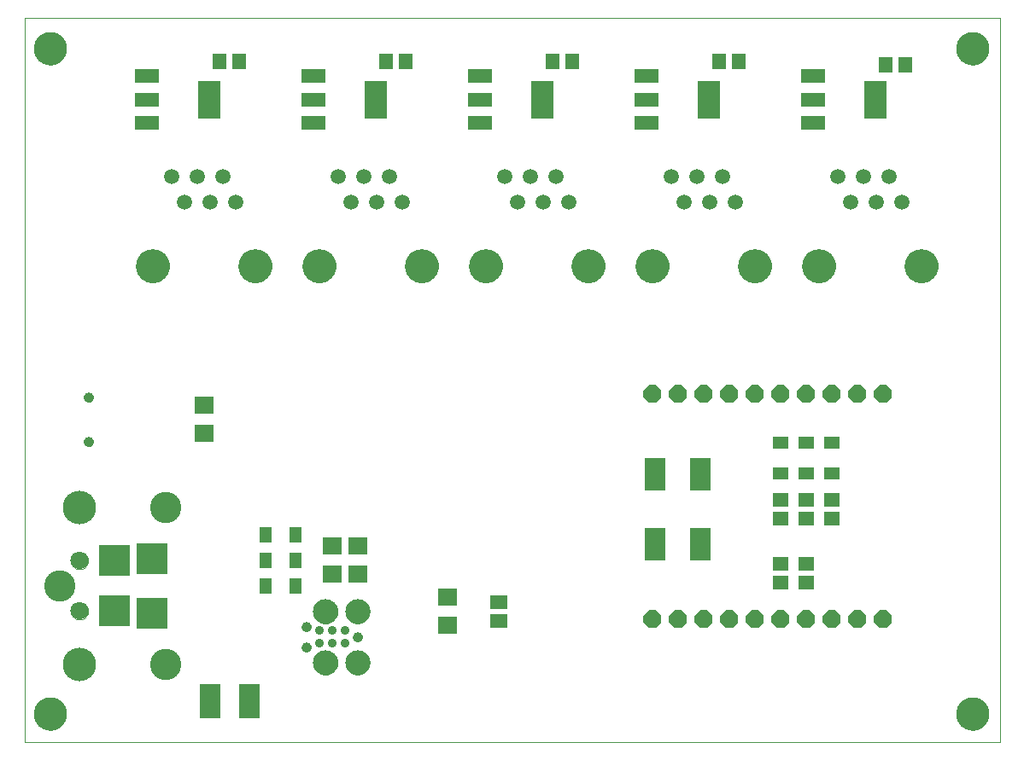
<source format=gbs>
G75*
%MOIN*%
%OFA0B0*%
%FSLAX24Y24*%
%IPPOS*%
%LPD*%
%AMOC8*
5,1,8,0,0,1.08239X$1,22.5*
%
%ADD10C,0.0000*%
%ADD11C,0.1300*%
%ADD12C,0.0594*%
%ADD13C,0.1320*%
%ADD14R,0.0552X0.0631*%
%ADD15C,0.1221*%
%ADD16C,0.1306*%
%ADD17R,0.1221X0.1221*%
%ADD18C,0.0709*%
%ADD19R,0.0788X0.1379*%
%ADD20C,0.0350*%
%ADD21C,0.0390*%
%ADD22C,0.0975*%
%ADD23R,0.0749X0.0670*%
%ADD24R,0.0512X0.0591*%
%ADD25R,0.0670X0.0552*%
%ADD26C,0.0394*%
%ADD27OC8,0.0700*%
%ADD28R,0.0631X0.0552*%
%ADD29R,0.0591X0.0512*%
%ADD30R,0.0790X0.1290*%
%ADD31R,0.0920X0.0520*%
%ADD32R,0.0906X0.1457*%
D10*
X003100Y000100D02*
X003100Y028396D01*
X041170Y028396D01*
X041170Y000100D01*
X003100Y000100D01*
X003470Y001200D02*
X003472Y001250D01*
X003478Y001300D01*
X003488Y001349D01*
X003502Y001397D01*
X003519Y001444D01*
X003540Y001489D01*
X003565Y001533D01*
X003593Y001574D01*
X003625Y001613D01*
X003659Y001650D01*
X003696Y001684D01*
X003736Y001714D01*
X003778Y001741D01*
X003822Y001765D01*
X003868Y001786D01*
X003915Y001802D01*
X003963Y001815D01*
X004013Y001824D01*
X004062Y001829D01*
X004113Y001830D01*
X004163Y001827D01*
X004212Y001820D01*
X004261Y001809D01*
X004309Y001794D01*
X004355Y001776D01*
X004400Y001754D01*
X004443Y001728D01*
X004484Y001699D01*
X004523Y001667D01*
X004559Y001632D01*
X004591Y001594D01*
X004621Y001554D01*
X004648Y001511D01*
X004671Y001467D01*
X004690Y001421D01*
X004706Y001373D01*
X004718Y001324D01*
X004726Y001275D01*
X004730Y001225D01*
X004730Y001175D01*
X004726Y001125D01*
X004718Y001076D01*
X004706Y001027D01*
X004690Y000979D01*
X004671Y000933D01*
X004648Y000889D01*
X004621Y000846D01*
X004591Y000806D01*
X004559Y000768D01*
X004523Y000733D01*
X004484Y000701D01*
X004443Y000672D01*
X004400Y000646D01*
X004355Y000624D01*
X004309Y000606D01*
X004261Y000591D01*
X004212Y000580D01*
X004163Y000573D01*
X004113Y000570D01*
X004062Y000571D01*
X004013Y000576D01*
X003963Y000585D01*
X003915Y000598D01*
X003868Y000614D01*
X003822Y000635D01*
X003778Y000659D01*
X003736Y000686D01*
X003696Y000716D01*
X003659Y000750D01*
X003625Y000787D01*
X003593Y000826D01*
X003565Y000867D01*
X003540Y000911D01*
X003519Y000956D01*
X003502Y001003D01*
X003488Y001051D01*
X003478Y001100D01*
X003472Y001150D01*
X003470Y001200D01*
X004919Y005216D02*
X004921Y005252D01*
X004927Y005288D01*
X004937Y005323D01*
X004950Y005357D01*
X004967Y005389D01*
X004987Y005419D01*
X005011Y005446D01*
X005037Y005471D01*
X005066Y005493D01*
X005097Y005512D01*
X005130Y005527D01*
X005164Y005539D01*
X005200Y005547D01*
X005236Y005551D01*
X005272Y005551D01*
X005308Y005547D01*
X005344Y005539D01*
X005378Y005527D01*
X005411Y005512D01*
X005442Y005493D01*
X005471Y005471D01*
X005497Y005446D01*
X005521Y005419D01*
X005541Y005389D01*
X005558Y005357D01*
X005571Y005323D01*
X005581Y005288D01*
X005587Y005252D01*
X005589Y005216D01*
X005587Y005180D01*
X005581Y005144D01*
X005571Y005109D01*
X005558Y005075D01*
X005541Y005043D01*
X005521Y005013D01*
X005497Y004986D01*
X005471Y004961D01*
X005442Y004939D01*
X005411Y004920D01*
X005378Y004905D01*
X005344Y004893D01*
X005308Y004885D01*
X005272Y004881D01*
X005236Y004881D01*
X005200Y004885D01*
X005164Y004893D01*
X005130Y004905D01*
X005097Y004920D01*
X005066Y004939D01*
X005037Y004961D01*
X005011Y004986D01*
X004987Y005013D01*
X004967Y005043D01*
X004950Y005075D01*
X004937Y005109D01*
X004927Y005144D01*
X004921Y005180D01*
X004919Y005216D01*
X004919Y007184D02*
X004921Y007220D01*
X004927Y007256D01*
X004937Y007291D01*
X004950Y007325D01*
X004967Y007357D01*
X004987Y007387D01*
X005011Y007414D01*
X005037Y007439D01*
X005066Y007461D01*
X005097Y007480D01*
X005130Y007495D01*
X005164Y007507D01*
X005200Y007515D01*
X005236Y007519D01*
X005272Y007519D01*
X005308Y007515D01*
X005344Y007507D01*
X005378Y007495D01*
X005411Y007480D01*
X005442Y007461D01*
X005471Y007439D01*
X005497Y007414D01*
X005521Y007387D01*
X005541Y007357D01*
X005558Y007325D01*
X005571Y007291D01*
X005581Y007256D01*
X005587Y007220D01*
X005589Y007184D01*
X005587Y007148D01*
X005581Y007112D01*
X005571Y007077D01*
X005558Y007043D01*
X005541Y007011D01*
X005521Y006981D01*
X005497Y006954D01*
X005471Y006929D01*
X005442Y006907D01*
X005411Y006888D01*
X005378Y006873D01*
X005344Y006861D01*
X005308Y006853D01*
X005272Y006849D01*
X005236Y006849D01*
X005200Y006853D01*
X005164Y006861D01*
X005130Y006873D01*
X005097Y006888D01*
X005066Y006907D01*
X005037Y006929D01*
X005011Y006954D01*
X004987Y006981D01*
X004967Y007011D01*
X004950Y007043D01*
X004937Y007077D01*
X004927Y007112D01*
X004921Y007148D01*
X004919Y007184D01*
X005423Y011834D02*
X005425Y011860D01*
X005431Y011886D01*
X005441Y011911D01*
X005454Y011934D01*
X005470Y011954D01*
X005490Y011972D01*
X005512Y011987D01*
X005535Y011999D01*
X005561Y012007D01*
X005587Y012011D01*
X005613Y012011D01*
X005639Y012007D01*
X005665Y011999D01*
X005689Y011987D01*
X005710Y011972D01*
X005730Y011954D01*
X005746Y011934D01*
X005759Y011911D01*
X005769Y011886D01*
X005775Y011860D01*
X005777Y011834D01*
X005775Y011808D01*
X005769Y011782D01*
X005759Y011757D01*
X005746Y011734D01*
X005730Y011714D01*
X005710Y011696D01*
X005688Y011681D01*
X005665Y011669D01*
X005639Y011661D01*
X005613Y011657D01*
X005587Y011657D01*
X005561Y011661D01*
X005535Y011669D01*
X005511Y011681D01*
X005490Y011696D01*
X005470Y011714D01*
X005454Y011734D01*
X005441Y011757D01*
X005431Y011782D01*
X005425Y011808D01*
X005423Y011834D01*
X005423Y013566D02*
X005425Y013592D01*
X005431Y013618D01*
X005441Y013643D01*
X005454Y013666D01*
X005470Y013686D01*
X005490Y013704D01*
X005512Y013719D01*
X005535Y013731D01*
X005561Y013739D01*
X005587Y013743D01*
X005613Y013743D01*
X005639Y013739D01*
X005665Y013731D01*
X005689Y013719D01*
X005710Y013704D01*
X005730Y013686D01*
X005746Y013666D01*
X005759Y013643D01*
X005769Y013618D01*
X005775Y013592D01*
X005777Y013566D01*
X005775Y013540D01*
X005769Y013514D01*
X005759Y013489D01*
X005746Y013466D01*
X005730Y013446D01*
X005710Y013428D01*
X005688Y013413D01*
X005665Y013401D01*
X005639Y013393D01*
X005613Y013389D01*
X005587Y013389D01*
X005561Y013393D01*
X005535Y013401D01*
X005511Y013413D01*
X005490Y013428D01*
X005470Y013446D01*
X005454Y013466D01*
X005441Y013489D01*
X005431Y013514D01*
X005425Y013540D01*
X005423Y013566D01*
X007460Y018700D02*
X007462Y018750D01*
X007468Y018800D01*
X007478Y018849D01*
X007491Y018898D01*
X007509Y018945D01*
X007530Y018991D01*
X007554Y019034D01*
X007582Y019076D01*
X007613Y019116D01*
X007647Y019153D01*
X007684Y019187D01*
X007724Y019218D01*
X007766Y019246D01*
X007809Y019270D01*
X007855Y019291D01*
X007902Y019309D01*
X007951Y019322D01*
X008000Y019332D01*
X008050Y019338D01*
X008100Y019340D01*
X008150Y019338D01*
X008200Y019332D01*
X008249Y019322D01*
X008298Y019309D01*
X008345Y019291D01*
X008391Y019270D01*
X008434Y019246D01*
X008476Y019218D01*
X008516Y019187D01*
X008553Y019153D01*
X008587Y019116D01*
X008618Y019076D01*
X008646Y019034D01*
X008670Y018991D01*
X008691Y018945D01*
X008709Y018898D01*
X008722Y018849D01*
X008732Y018800D01*
X008738Y018750D01*
X008740Y018700D01*
X008738Y018650D01*
X008732Y018600D01*
X008722Y018551D01*
X008709Y018502D01*
X008691Y018455D01*
X008670Y018409D01*
X008646Y018366D01*
X008618Y018324D01*
X008587Y018284D01*
X008553Y018247D01*
X008516Y018213D01*
X008476Y018182D01*
X008434Y018154D01*
X008391Y018130D01*
X008345Y018109D01*
X008298Y018091D01*
X008249Y018078D01*
X008200Y018068D01*
X008150Y018062D01*
X008100Y018060D01*
X008050Y018062D01*
X008000Y018068D01*
X007951Y018078D01*
X007902Y018091D01*
X007855Y018109D01*
X007809Y018130D01*
X007766Y018154D01*
X007724Y018182D01*
X007684Y018213D01*
X007647Y018247D01*
X007613Y018284D01*
X007582Y018324D01*
X007554Y018366D01*
X007530Y018409D01*
X007509Y018455D01*
X007491Y018502D01*
X007478Y018551D01*
X007468Y018600D01*
X007462Y018650D01*
X007460Y018700D01*
X011460Y018700D02*
X011462Y018750D01*
X011468Y018800D01*
X011478Y018849D01*
X011491Y018898D01*
X011509Y018945D01*
X011530Y018991D01*
X011554Y019034D01*
X011582Y019076D01*
X011613Y019116D01*
X011647Y019153D01*
X011684Y019187D01*
X011724Y019218D01*
X011766Y019246D01*
X011809Y019270D01*
X011855Y019291D01*
X011902Y019309D01*
X011951Y019322D01*
X012000Y019332D01*
X012050Y019338D01*
X012100Y019340D01*
X012150Y019338D01*
X012200Y019332D01*
X012249Y019322D01*
X012298Y019309D01*
X012345Y019291D01*
X012391Y019270D01*
X012434Y019246D01*
X012476Y019218D01*
X012516Y019187D01*
X012553Y019153D01*
X012587Y019116D01*
X012618Y019076D01*
X012646Y019034D01*
X012670Y018991D01*
X012691Y018945D01*
X012709Y018898D01*
X012722Y018849D01*
X012732Y018800D01*
X012738Y018750D01*
X012740Y018700D01*
X012738Y018650D01*
X012732Y018600D01*
X012722Y018551D01*
X012709Y018502D01*
X012691Y018455D01*
X012670Y018409D01*
X012646Y018366D01*
X012618Y018324D01*
X012587Y018284D01*
X012553Y018247D01*
X012516Y018213D01*
X012476Y018182D01*
X012434Y018154D01*
X012391Y018130D01*
X012345Y018109D01*
X012298Y018091D01*
X012249Y018078D01*
X012200Y018068D01*
X012150Y018062D01*
X012100Y018060D01*
X012050Y018062D01*
X012000Y018068D01*
X011951Y018078D01*
X011902Y018091D01*
X011855Y018109D01*
X011809Y018130D01*
X011766Y018154D01*
X011724Y018182D01*
X011684Y018213D01*
X011647Y018247D01*
X011613Y018284D01*
X011582Y018324D01*
X011554Y018366D01*
X011530Y018409D01*
X011509Y018455D01*
X011491Y018502D01*
X011478Y018551D01*
X011468Y018600D01*
X011462Y018650D01*
X011460Y018700D01*
X013960Y018700D02*
X013962Y018750D01*
X013968Y018800D01*
X013978Y018849D01*
X013991Y018898D01*
X014009Y018945D01*
X014030Y018991D01*
X014054Y019034D01*
X014082Y019076D01*
X014113Y019116D01*
X014147Y019153D01*
X014184Y019187D01*
X014224Y019218D01*
X014266Y019246D01*
X014309Y019270D01*
X014355Y019291D01*
X014402Y019309D01*
X014451Y019322D01*
X014500Y019332D01*
X014550Y019338D01*
X014600Y019340D01*
X014650Y019338D01*
X014700Y019332D01*
X014749Y019322D01*
X014798Y019309D01*
X014845Y019291D01*
X014891Y019270D01*
X014934Y019246D01*
X014976Y019218D01*
X015016Y019187D01*
X015053Y019153D01*
X015087Y019116D01*
X015118Y019076D01*
X015146Y019034D01*
X015170Y018991D01*
X015191Y018945D01*
X015209Y018898D01*
X015222Y018849D01*
X015232Y018800D01*
X015238Y018750D01*
X015240Y018700D01*
X015238Y018650D01*
X015232Y018600D01*
X015222Y018551D01*
X015209Y018502D01*
X015191Y018455D01*
X015170Y018409D01*
X015146Y018366D01*
X015118Y018324D01*
X015087Y018284D01*
X015053Y018247D01*
X015016Y018213D01*
X014976Y018182D01*
X014934Y018154D01*
X014891Y018130D01*
X014845Y018109D01*
X014798Y018091D01*
X014749Y018078D01*
X014700Y018068D01*
X014650Y018062D01*
X014600Y018060D01*
X014550Y018062D01*
X014500Y018068D01*
X014451Y018078D01*
X014402Y018091D01*
X014355Y018109D01*
X014309Y018130D01*
X014266Y018154D01*
X014224Y018182D01*
X014184Y018213D01*
X014147Y018247D01*
X014113Y018284D01*
X014082Y018324D01*
X014054Y018366D01*
X014030Y018409D01*
X014009Y018455D01*
X013991Y018502D01*
X013978Y018551D01*
X013968Y018600D01*
X013962Y018650D01*
X013960Y018700D01*
X017960Y018700D02*
X017962Y018750D01*
X017968Y018800D01*
X017978Y018849D01*
X017991Y018898D01*
X018009Y018945D01*
X018030Y018991D01*
X018054Y019034D01*
X018082Y019076D01*
X018113Y019116D01*
X018147Y019153D01*
X018184Y019187D01*
X018224Y019218D01*
X018266Y019246D01*
X018309Y019270D01*
X018355Y019291D01*
X018402Y019309D01*
X018451Y019322D01*
X018500Y019332D01*
X018550Y019338D01*
X018600Y019340D01*
X018650Y019338D01*
X018700Y019332D01*
X018749Y019322D01*
X018798Y019309D01*
X018845Y019291D01*
X018891Y019270D01*
X018934Y019246D01*
X018976Y019218D01*
X019016Y019187D01*
X019053Y019153D01*
X019087Y019116D01*
X019118Y019076D01*
X019146Y019034D01*
X019170Y018991D01*
X019191Y018945D01*
X019209Y018898D01*
X019222Y018849D01*
X019232Y018800D01*
X019238Y018750D01*
X019240Y018700D01*
X019238Y018650D01*
X019232Y018600D01*
X019222Y018551D01*
X019209Y018502D01*
X019191Y018455D01*
X019170Y018409D01*
X019146Y018366D01*
X019118Y018324D01*
X019087Y018284D01*
X019053Y018247D01*
X019016Y018213D01*
X018976Y018182D01*
X018934Y018154D01*
X018891Y018130D01*
X018845Y018109D01*
X018798Y018091D01*
X018749Y018078D01*
X018700Y018068D01*
X018650Y018062D01*
X018600Y018060D01*
X018550Y018062D01*
X018500Y018068D01*
X018451Y018078D01*
X018402Y018091D01*
X018355Y018109D01*
X018309Y018130D01*
X018266Y018154D01*
X018224Y018182D01*
X018184Y018213D01*
X018147Y018247D01*
X018113Y018284D01*
X018082Y018324D01*
X018054Y018366D01*
X018030Y018409D01*
X018009Y018455D01*
X017991Y018502D01*
X017978Y018551D01*
X017968Y018600D01*
X017962Y018650D01*
X017960Y018700D01*
X020460Y018700D02*
X020462Y018750D01*
X020468Y018800D01*
X020478Y018849D01*
X020491Y018898D01*
X020509Y018945D01*
X020530Y018991D01*
X020554Y019034D01*
X020582Y019076D01*
X020613Y019116D01*
X020647Y019153D01*
X020684Y019187D01*
X020724Y019218D01*
X020766Y019246D01*
X020809Y019270D01*
X020855Y019291D01*
X020902Y019309D01*
X020951Y019322D01*
X021000Y019332D01*
X021050Y019338D01*
X021100Y019340D01*
X021150Y019338D01*
X021200Y019332D01*
X021249Y019322D01*
X021298Y019309D01*
X021345Y019291D01*
X021391Y019270D01*
X021434Y019246D01*
X021476Y019218D01*
X021516Y019187D01*
X021553Y019153D01*
X021587Y019116D01*
X021618Y019076D01*
X021646Y019034D01*
X021670Y018991D01*
X021691Y018945D01*
X021709Y018898D01*
X021722Y018849D01*
X021732Y018800D01*
X021738Y018750D01*
X021740Y018700D01*
X021738Y018650D01*
X021732Y018600D01*
X021722Y018551D01*
X021709Y018502D01*
X021691Y018455D01*
X021670Y018409D01*
X021646Y018366D01*
X021618Y018324D01*
X021587Y018284D01*
X021553Y018247D01*
X021516Y018213D01*
X021476Y018182D01*
X021434Y018154D01*
X021391Y018130D01*
X021345Y018109D01*
X021298Y018091D01*
X021249Y018078D01*
X021200Y018068D01*
X021150Y018062D01*
X021100Y018060D01*
X021050Y018062D01*
X021000Y018068D01*
X020951Y018078D01*
X020902Y018091D01*
X020855Y018109D01*
X020809Y018130D01*
X020766Y018154D01*
X020724Y018182D01*
X020684Y018213D01*
X020647Y018247D01*
X020613Y018284D01*
X020582Y018324D01*
X020554Y018366D01*
X020530Y018409D01*
X020509Y018455D01*
X020491Y018502D01*
X020478Y018551D01*
X020468Y018600D01*
X020462Y018650D01*
X020460Y018700D01*
X024460Y018700D02*
X024462Y018750D01*
X024468Y018800D01*
X024478Y018849D01*
X024491Y018898D01*
X024509Y018945D01*
X024530Y018991D01*
X024554Y019034D01*
X024582Y019076D01*
X024613Y019116D01*
X024647Y019153D01*
X024684Y019187D01*
X024724Y019218D01*
X024766Y019246D01*
X024809Y019270D01*
X024855Y019291D01*
X024902Y019309D01*
X024951Y019322D01*
X025000Y019332D01*
X025050Y019338D01*
X025100Y019340D01*
X025150Y019338D01*
X025200Y019332D01*
X025249Y019322D01*
X025298Y019309D01*
X025345Y019291D01*
X025391Y019270D01*
X025434Y019246D01*
X025476Y019218D01*
X025516Y019187D01*
X025553Y019153D01*
X025587Y019116D01*
X025618Y019076D01*
X025646Y019034D01*
X025670Y018991D01*
X025691Y018945D01*
X025709Y018898D01*
X025722Y018849D01*
X025732Y018800D01*
X025738Y018750D01*
X025740Y018700D01*
X025738Y018650D01*
X025732Y018600D01*
X025722Y018551D01*
X025709Y018502D01*
X025691Y018455D01*
X025670Y018409D01*
X025646Y018366D01*
X025618Y018324D01*
X025587Y018284D01*
X025553Y018247D01*
X025516Y018213D01*
X025476Y018182D01*
X025434Y018154D01*
X025391Y018130D01*
X025345Y018109D01*
X025298Y018091D01*
X025249Y018078D01*
X025200Y018068D01*
X025150Y018062D01*
X025100Y018060D01*
X025050Y018062D01*
X025000Y018068D01*
X024951Y018078D01*
X024902Y018091D01*
X024855Y018109D01*
X024809Y018130D01*
X024766Y018154D01*
X024724Y018182D01*
X024684Y018213D01*
X024647Y018247D01*
X024613Y018284D01*
X024582Y018324D01*
X024554Y018366D01*
X024530Y018409D01*
X024509Y018455D01*
X024491Y018502D01*
X024478Y018551D01*
X024468Y018600D01*
X024462Y018650D01*
X024460Y018700D01*
X026960Y018700D02*
X026962Y018750D01*
X026968Y018800D01*
X026978Y018849D01*
X026991Y018898D01*
X027009Y018945D01*
X027030Y018991D01*
X027054Y019034D01*
X027082Y019076D01*
X027113Y019116D01*
X027147Y019153D01*
X027184Y019187D01*
X027224Y019218D01*
X027266Y019246D01*
X027309Y019270D01*
X027355Y019291D01*
X027402Y019309D01*
X027451Y019322D01*
X027500Y019332D01*
X027550Y019338D01*
X027600Y019340D01*
X027650Y019338D01*
X027700Y019332D01*
X027749Y019322D01*
X027798Y019309D01*
X027845Y019291D01*
X027891Y019270D01*
X027934Y019246D01*
X027976Y019218D01*
X028016Y019187D01*
X028053Y019153D01*
X028087Y019116D01*
X028118Y019076D01*
X028146Y019034D01*
X028170Y018991D01*
X028191Y018945D01*
X028209Y018898D01*
X028222Y018849D01*
X028232Y018800D01*
X028238Y018750D01*
X028240Y018700D01*
X028238Y018650D01*
X028232Y018600D01*
X028222Y018551D01*
X028209Y018502D01*
X028191Y018455D01*
X028170Y018409D01*
X028146Y018366D01*
X028118Y018324D01*
X028087Y018284D01*
X028053Y018247D01*
X028016Y018213D01*
X027976Y018182D01*
X027934Y018154D01*
X027891Y018130D01*
X027845Y018109D01*
X027798Y018091D01*
X027749Y018078D01*
X027700Y018068D01*
X027650Y018062D01*
X027600Y018060D01*
X027550Y018062D01*
X027500Y018068D01*
X027451Y018078D01*
X027402Y018091D01*
X027355Y018109D01*
X027309Y018130D01*
X027266Y018154D01*
X027224Y018182D01*
X027184Y018213D01*
X027147Y018247D01*
X027113Y018284D01*
X027082Y018324D01*
X027054Y018366D01*
X027030Y018409D01*
X027009Y018455D01*
X026991Y018502D01*
X026978Y018551D01*
X026968Y018600D01*
X026962Y018650D01*
X026960Y018700D01*
X030960Y018700D02*
X030962Y018750D01*
X030968Y018800D01*
X030978Y018849D01*
X030991Y018898D01*
X031009Y018945D01*
X031030Y018991D01*
X031054Y019034D01*
X031082Y019076D01*
X031113Y019116D01*
X031147Y019153D01*
X031184Y019187D01*
X031224Y019218D01*
X031266Y019246D01*
X031309Y019270D01*
X031355Y019291D01*
X031402Y019309D01*
X031451Y019322D01*
X031500Y019332D01*
X031550Y019338D01*
X031600Y019340D01*
X031650Y019338D01*
X031700Y019332D01*
X031749Y019322D01*
X031798Y019309D01*
X031845Y019291D01*
X031891Y019270D01*
X031934Y019246D01*
X031976Y019218D01*
X032016Y019187D01*
X032053Y019153D01*
X032087Y019116D01*
X032118Y019076D01*
X032146Y019034D01*
X032170Y018991D01*
X032191Y018945D01*
X032209Y018898D01*
X032222Y018849D01*
X032232Y018800D01*
X032238Y018750D01*
X032240Y018700D01*
X032238Y018650D01*
X032232Y018600D01*
X032222Y018551D01*
X032209Y018502D01*
X032191Y018455D01*
X032170Y018409D01*
X032146Y018366D01*
X032118Y018324D01*
X032087Y018284D01*
X032053Y018247D01*
X032016Y018213D01*
X031976Y018182D01*
X031934Y018154D01*
X031891Y018130D01*
X031845Y018109D01*
X031798Y018091D01*
X031749Y018078D01*
X031700Y018068D01*
X031650Y018062D01*
X031600Y018060D01*
X031550Y018062D01*
X031500Y018068D01*
X031451Y018078D01*
X031402Y018091D01*
X031355Y018109D01*
X031309Y018130D01*
X031266Y018154D01*
X031224Y018182D01*
X031184Y018213D01*
X031147Y018247D01*
X031113Y018284D01*
X031082Y018324D01*
X031054Y018366D01*
X031030Y018409D01*
X031009Y018455D01*
X030991Y018502D01*
X030978Y018551D01*
X030968Y018600D01*
X030962Y018650D01*
X030960Y018700D01*
X033460Y018700D02*
X033462Y018750D01*
X033468Y018800D01*
X033478Y018849D01*
X033491Y018898D01*
X033509Y018945D01*
X033530Y018991D01*
X033554Y019034D01*
X033582Y019076D01*
X033613Y019116D01*
X033647Y019153D01*
X033684Y019187D01*
X033724Y019218D01*
X033766Y019246D01*
X033809Y019270D01*
X033855Y019291D01*
X033902Y019309D01*
X033951Y019322D01*
X034000Y019332D01*
X034050Y019338D01*
X034100Y019340D01*
X034150Y019338D01*
X034200Y019332D01*
X034249Y019322D01*
X034298Y019309D01*
X034345Y019291D01*
X034391Y019270D01*
X034434Y019246D01*
X034476Y019218D01*
X034516Y019187D01*
X034553Y019153D01*
X034587Y019116D01*
X034618Y019076D01*
X034646Y019034D01*
X034670Y018991D01*
X034691Y018945D01*
X034709Y018898D01*
X034722Y018849D01*
X034732Y018800D01*
X034738Y018750D01*
X034740Y018700D01*
X034738Y018650D01*
X034732Y018600D01*
X034722Y018551D01*
X034709Y018502D01*
X034691Y018455D01*
X034670Y018409D01*
X034646Y018366D01*
X034618Y018324D01*
X034587Y018284D01*
X034553Y018247D01*
X034516Y018213D01*
X034476Y018182D01*
X034434Y018154D01*
X034391Y018130D01*
X034345Y018109D01*
X034298Y018091D01*
X034249Y018078D01*
X034200Y018068D01*
X034150Y018062D01*
X034100Y018060D01*
X034050Y018062D01*
X034000Y018068D01*
X033951Y018078D01*
X033902Y018091D01*
X033855Y018109D01*
X033809Y018130D01*
X033766Y018154D01*
X033724Y018182D01*
X033684Y018213D01*
X033647Y018247D01*
X033613Y018284D01*
X033582Y018324D01*
X033554Y018366D01*
X033530Y018409D01*
X033509Y018455D01*
X033491Y018502D01*
X033478Y018551D01*
X033468Y018600D01*
X033462Y018650D01*
X033460Y018700D01*
X037460Y018700D02*
X037462Y018750D01*
X037468Y018800D01*
X037478Y018849D01*
X037491Y018898D01*
X037509Y018945D01*
X037530Y018991D01*
X037554Y019034D01*
X037582Y019076D01*
X037613Y019116D01*
X037647Y019153D01*
X037684Y019187D01*
X037724Y019218D01*
X037766Y019246D01*
X037809Y019270D01*
X037855Y019291D01*
X037902Y019309D01*
X037951Y019322D01*
X038000Y019332D01*
X038050Y019338D01*
X038100Y019340D01*
X038150Y019338D01*
X038200Y019332D01*
X038249Y019322D01*
X038298Y019309D01*
X038345Y019291D01*
X038391Y019270D01*
X038434Y019246D01*
X038476Y019218D01*
X038516Y019187D01*
X038553Y019153D01*
X038587Y019116D01*
X038618Y019076D01*
X038646Y019034D01*
X038670Y018991D01*
X038691Y018945D01*
X038709Y018898D01*
X038722Y018849D01*
X038732Y018800D01*
X038738Y018750D01*
X038740Y018700D01*
X038738Y018650D01*
X038732Y018600D01*
X038722Y018551D01*
X038709Y018502D01*
X038691Y018455D01*
X038670Y018409D01*
X038646Y018366D01*
X038618Y018324D01*
X038587Y018284D01*
X038553Y018247D01*
X038516Y018213D01*
X038476Y018182D01*
X038434Y018154D01*
X038391Y018130D01*
X038345Y018109D01*
X038298Y018091D01*
X038249Y018078D01*
X038200Y018068D01*
X038150Y018062D01*
X038100Y018060D01*
X038050Y018062D01*
X038000Y018068D01*
X037951Y018078D01*
X037902Y018091D01*
X037855Y018109D01*
X037809Y018130D01*
X037766Y018154D01*
X037724Y018182D01*
X037684Y018213D01*
X037647Y018247D01*
X037613Y018284D01*
X037582Y018324D01*
X037554Y018366D01*
X037530Y018409D01*
X037509Y018455D01*
X037491Y018502D01*
X037478Y018551D01*
X037468Y018600D01*
X037462Y018650D01*
X037460Y018700D01*
X039470Y027200D02*
X039472Y027250D01*
X039478Y027300D01*
X039488Y027349D01*
X039502Y027397D01*
X039519Y027444D01*
X039540Y027489D01*
X039565Y027533D01*
X039593Y027574D01*
X039625Y027613D01*
X039659Y027650D01*
X039696Y027684D01*
X039736Y027714D01*
X039778Y027741D01*
X039822Y027765D01*
X039868Y027786D01*
X039915Y027802D01*
X039963Y027815D01*
X040013Y027824D01*
X040062Y027829D01*
X040113Y027830D01*
X040163Y027827D01*
X040212Y027820D01*
X040261Y027809D01*
X040309Y027794D01*
X040355Y027776D01*
X040400Y027754D01*
X040443Y027728D01*
X040484Y027699D01*
X040523Y027667D01*
X040559Y027632D01*
X040591Y027594D01*
X040621Y027554D01*
X040648Y027511D01*
X040671Y027467D01*
X040690Y027421D01*
X040706Y027373D01*
X040718Y027324D01*
X040726Y027275D01*
X040730Y027225D01*
X040730Y027175D01*
X040726Y027125D01*
X040718Y027076D01*
X040706Y027027D01*
X040690Y026979D01*
X040671Y026933D01*
X040648Y026889D01*
X040621Y026846D01*
X040591Y026806D01*
X040559Y026768D01*
X040523Y026733D01*
X040484Y026701D01*
X040443Y026672D01*
X040400Y026646D01*
X040355Y026624D01*
X040309Y026606D01*
X040261Y026591D01*
X040212Y026580D01*
X040163Y026573D01*
X040113Y026570D01*
X040062Y026571D01*
X040013Y026576D01*
X039963Y026585D01*
X039915Y026598D01*
X039868Y026614D01*
X039822Y026635D01*
X039778Y026659D01*
X039736Y026686D01*
X039696Y026716D01*
X039659Y026750D01*
X039625Y026787D01*
X039593Y026826D01*
X039565Y026867D01*
X039540Y026911D01*
X039519Y026956D01*
X039502Y027003D01*
X039488Y027051D01*
X039478Y027100D01*
X039472Y027150D01*
X039470Y027200D01*
X015633Y005200D02*
X015635Y005243D01*
X015641Y005286D01*
X015651Y005328D01*
X015665Y005369D01*
X015682Y005408D01*
X015703Y005446D01*
X015727Y005481D01*
X015755Y005515D01*
X015785Y005545D01*
X015819Y005573D01*
X015854Y005597D01*
X015892Y005618D01*
X015931Y005635D01*
X015972Y005649D01*
X016014Y005659D01*
X016057Y005665D01*
X016100Y005667D01*
X016143Y005665D01*
X016186Y005659D01*
X016228Y005649D01*
X016269Y005635D01*
X016308Y005618D01*
X016346Y005597D01*
X016381Y005573D01*
X016415Y005545D01*
X016445Y005515D01*
X016473Y005481D01*
X016497Y005446D01*
X016518Y005408D01*
X016535Y005369D01*
X016549Y005328D01*
X016559Y005286D01*
X016565Y005243D01*
X016567Y005200D01*
X016565Y005157D01*
X016559Y005114D01*
X016549Y005072D01*
X016535Y005031D01*
X016518Y004992D01*
X016497Y004954D01*
X016473Y004919D01*
X016445Y004885D01*
X016415Y004855D01*
X016381Y004827D01*
X016346Y004803D01*
X016308Y004782D01*
X016269Y004765D01*
X016228Y004751D01*
X016186Y004741D01*
X016143Y004735D01*
X016100Y004733D01*
X016057Y004735D01*
X016014Y004741D01*
X015972Y004751D01*
X015931Y004765D01*
X015892Y004782D01*
X015854Y004803D01*
X015819Y004827D01*
X015785Y004855D01*
X015755Y004885D01*
X015727Y004919D01*
X015703Y004954D01*
X015682Y004992D01*
X015665Y005031D01*
X015651Y005072D01*
X015641Y005114D01*
X015635Y005157D01*
X015633Y005200D01*
X014383Y005200D02*
X014385Y005243D01*
X014391Y005286D01*
X014401Y005328D01*
X014415Y005369D01*
X014432Y005408D01*
X014453Y005446D01*
X014477Y005481D01*
X014505Y005515D01*
X014535Y005545D01*
X014569Y005573D01*
X014604Y005597D01*
X014642Y005618D01*
X014681Y005635D01*
X014722Y005649D01*
X014764Y005659D01*
X014807Y005665D01*
X014850Y005667D01*
X014893Y005665D01*
X014936Y005659D01*
X014978Y005649D01*
X015019Y005635D01*
X015058Y005618D01*
X015096Y005597D01*
X015131Y005573D01*
X015165Y005545D01*
X015195Y005515D01*
X015223Y005481D01*
X015247Y005446D01*
X015268Y005408D01*
X015285Y005369D01*
X015299Y005328D01*
X015309Y005286D01*
X015315Y005243D01*
X015317Y005200D01*
X015315Y005157D01*
X015309Y005114D01*
X015299Y005072D01*
X015285Y005031D01*
X015268Y004992D01*
X015247Y004954D01*
X015223Y004919D01*
X015195Y004885D01*
X015165Y004855D01*
X015131Y004827D01*
X015096Y004803D01*
X015058Y004782D01*
X015019Y004765D01*
X014978Y004751D01*
X014936Y004741D01*
X014893Y004735D01*
X014850Y004733D01*
X014807Y004735D01*
X014764Y004741D01*
X014722Y004751D01*
X014681Y004765D01*
X014642Y004782D01*
X014604Y004803D01*
X014569Y004827D01*
X014535Y004855D01*
X014505Y004885D01*
X014477Y004919D01*
X014453Y004954D01*
X014432Y004992D01*
X014415Y005031D01*
X014401Y005072D01*
X014391Y005114D01*
X014385Y005157D01*
X014383Y005200D01*
X013925Y004600D02*
X013927Y004626D01*
X013933Y004652D01*
X013942Y004676D01*
X013955Y004699D01*
X013972Y004719D01*
X013991Y004737D01*
X014013Y004752D01*
X014036Y004763D01*
X014061Y004771D01*
X014087Y004775D01*
X014113Y004775D01*
X014139Y004771D01*
X014164Y004763D01*
X014188Y004752D01*
X014209Y004737D01*
X014228Y004719D01*
X014245Y004699D01*
X014258Y004676D01*
X014267Y004652D01*
X014273Y004626D01*
X014275Y004600D01*
X014273Y004574D01*
X014267Y004548D01*
X014258Y004524D01*
X014245Y004501D01*
X014228Y004481D01*
X014209Y004463D01*
X014187Y004448D01*
X014164Y004437D01*
X014139Y004429D01*
X014113Y004425D01*
X014087Y004425D01*
X014061Y004429D01*
X014036Y004437D01*
X014012Y004448D01*
X013991Y004463D01*
X013972Y004481D01*
X013955Y004501D01*
X013942Y004524D01*
X013933Y004548D01*
X013927Y004574D01*
X013925Y004600D01*
X013925Y003800D02*
X013927Y003826D01*
X013933Y003852D01*
X013942Y003876D01*
X013955Y003899D01*
X013972Y003919D01*
X013991Y003937D01*
X014013Y003952D01*
X014036Y003963D01*
X014061Y003971D01*
X014087Y003975D01*
X014113Y003975D01*
X014139Y003971D01*
X014164Y003963D01*
X014188Y003952D01*
X014209Y003937D01*
X014228Y003919D01*
X014245Y003899D01*
X014258Y003876D01*
X014267Y003852D01*
X014273Y003826D01*
X014275Y003800D01*
X014273Y003774D01*
X014267Y003748D01*
X014258Y003724D01*
X014245Y003701D01*
X014228Y003681D01*
X014209Y003663D01*
X014187Y003648D01*
X014164Y003637D01*
X014139Y003629D01*
X014113Y003625D01*
X014087Y003625D01*
X014061Y003629D01*
X014036Y003637D01*
X014012Y003648D01*
X013991Y003663D01*
X013972Y003681D01*
X013955Y003701D01*
X013942Y003724D01*
X013933Y003748D01*
X013927Y003774D01*
X013925Y003800D01*
X014383Y003200D02*
X014385Y003243D01*
X014391Y003286D01*
X014401Y003328D01*
X014415Y003369D01*
X014432Y003408D01*
X014453Y003446D01*
X014477Y003481D01*
X014505Y003515D01*
X014535Y003545D01*
X014569Y003573D01*
X014604Y003597D01*
X014642Y003618D01*
X014681Y003635D01*
X014722Y003649D01*
X014764Y003659D01*
X014807Y003665D01*
X014850Y003667D01*
X014893Y003665D01*
X014936Y003659D01*
X014978Y003649D01*
X015019Y003635D01*
X015058Y003618D01*
X015096Y003597D01*
X015131Y003573D01*
X015165Y003545D01*
X015195Y003515D01*
X015223Y003481D01*
X015247Y003446D01*
X015268Y003408D01*
X015285Y003369D01*
X015299Y003328D01*
X015309Y003286D01*
X015315Y003243D01*
X015317Y003200D01*
X015315Y003157D01*
X015309Y003114D01*
X015299Y003072D01*
X015285Y003031D01*
X015268Y002992D01*
X015247Y002954D01*
X015223Y002919D01*
X015195Y002885D01*
X015165Y002855D01*
X015131Y002827D01*
X015096Y002803D01*
X015058Y002782D01*
X015019Y002765D01*
X014978Y002751D01*
X014936Y002741D01*
X014893Y002735D01*
X014850Y002733D01*
X014807Y002735D01*
X014764Y002741D01*
X014722Y002751D01*
X014681Y002765D01*
X014642Y002782D01*
X014604Y002803D01*
X014569Y002827D01*
X014535Y002855D01*
X014505Y002885D01*
X014477Y002919D01*
X014453Y002954D01*
X014432Y002992D01*
X014415Y003031D01*
X014401Y003072D01*
X014391Y003114D01*
X014385Y003157D01*
X014383Y003200D01*
X015633Y003200D02*
X015635Y003243D01*
X015641Y003286D01*
X015651Y003328D01*
X015665Y003369D01*
X015682Y003408D01*
X015703Y003446D01*
X015727Y003481D01*
X015755Y003515D01*
X015785Y003545D01*
X015819Y003573D01*
X015854Y003597D01*
X015892Y003618D01*
X015931Y003635D01*
X015972Y003649D01*
X016014Y003659D01*
X016057Y003665D01*
X016100Y003667D01*
X016143Y003665D01*
X016186Y003659D01*
X016228Y003649D01*
X016269Y003635D01*
X016308Y003618D01*
X016346Y003597D01*
X016381Y003573D01*
X016415Y003545D01*
X016445Y003515D01*
X016473Y003481D01*
X016497Y003446D01*
X016518Y003408D01*
X016535Y003369D01*
X016549Y003328D01*
X016559Y003286D01*
X016565Y003243D01*
X016567Y003200D01*
X016565Y003157D01*
X016559Y003114D01*
X016549Y003072D01*
X016535Y003031D01*
X016518Y002992D01*
X016497Y002954D01*
X016473Y002919D01*
X016445Y002885D01*
X016415Y002855D01*
X016381Y002827D01*
X016346Y002803D01*
X016308Y002782D01*
X016269Y002765D01*
X016228Y002751D01*
X016186Y002741D01*
X016143Y002735D01*
X016100Y002733D01*
X016057Y002735D01*
X016014Y002741D01*
X015972Y002751D01*
X015931Y002765D01*
X015892Y002782D01*
X015854Y002803D01*
X015819Y002827D01*
X015785Y002855D01*
X015755Y002885D01*
X015727Y002919D01*
X015703Y002954D01*
X015682Y002992D01*
X015665Y003031D01*
X015651Y003072D01*
X015641Y003114D01*
X015635Y003157D01*
X015633Y003200D01*
X015925Y004200D02*
X015927Y004226D01*
X015933Y004252D01*
X015942Y004276D01*
X015955Y004299D01*
X015972Y004319D01*
X015991Y004337D01*
X016013Y004352D01*
X016036Y004363D01*
X016061Y004371D01*
X016087Y004375D01*
X016113Y004375D01*
X016139Y004371D01*
X016164Y004363D01*
X016188Y004352D01*
X016209Y004337D01*
X016228Y004319D01*
X016245Y004299D01*
X016258Y004276D01*
X016267Y004252D01*
X016273Y004226D01*
X016275Y004200D01*
X016273Y004174D01*
X016267Y004148D01*
X016258Y004124D01*
X016245Y004101D01*
X016228Y004081D01*
X016209Y004063D01*
X016187Y004048D01*
X016164Y004037D01*
X016139Y004029D01*
X016113Y004025D01*
X016087Y004025D01*
X016061Y004029D01*
X016036Y004037D01*
X016012Y004048D01*
X015991Y004063D01*
X015972Y004081D01*
X015955Y004101D01*
X015942Y004124D01*
X015933Y004148D01*
X015927Y004174D01*
X015925Y004200D01*
X039470Y001200D02*
X039472Y001250D01*
X039478Y001300D01*
X039488Y001349D01*
X039502Y001397D01*
X039519Y001444D01*
X039540Y001489D01*
X039565Y001533D01*
X039593Y001574D01*
X039625Y001613D01*
X039659Y001650D01*
X039696Y001684D01*
X039736Y001714D01*
X039778Y001741D01*
X039822Y001765D01*
X039868Y001786D01*
X039915Y001802D01*
X039963Y001815D01*
X040013Y001824D01*
X040062Y001829D01*
X040113Y001830D01*
X040163Y001827D01*
X040212Y001820D01*
X040261Y001809D01*
X040309Y001794D01*
X040355Y001776D01*
X040400Y001754D01*
X040443Y001728D01*
X040484Y001699D01*
X040523Y001667D01*
X040559Y001632D01*
X040591Y001594D01*
X040621Y001554D01*
X040648Y001511D01*
X040671Y001467D01*
X040690Y001421D01*
X040706Y001373D01*
X040718Y001324D01*
X040726Y001275D01*
X040730Y001225D01*
X040730Y001175D01*
X040726Y001125D01*
X040718Y001076D01*
X040706Y001027D01*
X040690Y000979D01*
X040671Y000933D01*
X040648Y000889D01*
X040621Y000846D01*
X040591Y000806D01*
X040559Y000768D01*
X040523Y000733D01*
X040484Y000701D01*
X040443Y000672D01*
X040400Y000646D01*
X040355Y000624D01*
X040309Y000606D01*
X040261Y000591D01*
X040212Y000580D01*
X040163Y000573D01*
X040113Y000570D01*
X040062Y000571D01*
X040013Y000576D01*
X039963Y000585D01*
X039915Y000598D01*
X039868Y000614D01*
X039822Y000635D01*
X039778Y000659D01*
X039736Y000686D01*
X039696Y000716D01*
X039659Y000750D01*
X039625Y000787D01*
X039593Y000826D01*
X039565Y000867D01*
X039540Y000911D01*
X039519Y000956D01*
X039502Y001003D01*
X039488Y001051D01*
X039478Y001100D01*
X039472Y001150D01*
X039470Y001200D01*
X003470Y027200D02*
X003472Y027250D01*
X003478Y027300D01*
X003488Y027349D01*
X003502Y027397D01*
X003519Y027444D01*
X003540Y027489D01*
X003565Y027533D01*
X003593Y027574D01*
X003625Y027613D01*
X003659Y027650D01*
X003696Y027684D01*
X003736Y027714D01*
X003778Y027741D01*
X003822Y027765D01*
X003868Y027786D01*
X003915Y027802D01*
X003963Y027815D01*
X004013Y027824D01*
X004062Y027829D01*
X004113Y027830D01*
X004163Y027827D01*
X004212Y027820D01*
X004261Y027809D01*
X004309Y027794D01*
X004355Y027776D01*
X004400Y027754D01*
X004443Y027728D01*
X004484Y027699D01*
X004523Y027667D01*
X004559Y027632D01*
X004591Y027594D01*
X004621Y027554D01*
X004648Y027511D01*
X004671Y027467D01*
X004690Y027421D01*
X004706Y027373D01*
X004718Y027324D01*
X004726Y027275D01*
X004730Y027225D01*
X004730Y027175D01*
X004726Y027125D01*
X004718Y027076D01*
X004706Y027027D01*
X004690Y026979D01*
X004671Y026933D01*
X004648Y026889D01*
X004621Y026846D01*
X004591Y026806D01*
X004559Y026768D01*
X004523Y026733D01*
X004484Y026701D01*
X004443Y026672D01*
X004400Y026646D01*
X004355Y026624D01*
X004309Y026606D01*
X004261Y026591D01*
X004212Y026580D01*
X004163Y026573D01*
X004113Y026570D01*
X004062Y026571D01*
X004013Y026576D01*
X003963Y026585D01*
X003915Y026598D01*
X003868Y026614D01*
X003822Y026635D01*
X003778Y026659D01*
X003736Y026686D01*
X003696Y026716D01*
X003659Y026750D01*
X003625Y026787D01*
X003593Y026826D01*
X003565Y026867D01*
X003540Y026911D01*
X003519Y026956D01*
X003502Y027003D01*
X003488Y027051D01*
X003478Y027100D01*
X003472Y027150D01*
X003470Y027200D01*
D11*
X004100Y027200D03*
X040100Y027200D03*
X040100Y001200D03*
X004100Y001200D03*
D12*
X009350Y021200D03*
X010350Y021200D03*
X011350Y021200D03*
X010850Y022200D03*
X009850Y022200D03*
X008850Y022200D03*
X015350Y022200D03*
X016350Y022200D03*
X017350Y022200D03*
X016850Y021200D03*
X015850Y021200D03*
X017850Y021200D03*
X021850Y022200D03*
X022850Y022200D03*
X023850Y022200D03*
X023350Y021200D03*
X022350Y021200D03*
X024350Y021200D03*
X028350Y022200D03*
X029350Y022200D03*
X030350Y022200D03*
X029850Y021200D03*
X028850Y021200D03*
X030850Y021200D03*
X034850Y022200D03*
X035850Y022200D03*
X036850Y022200D03*
X036350Y021200D03*
X035350Y021200D03*
X037350Y021200D03*
D13*
X038100Y018700D03*
X034100Y018700D03*
X031600Y018700D03*
X027600Y018700D03*
X025100Y018700D03*
X021100Y018700D03*
X018600Y018700D03*
X014600Y018700D03*
X012100Y018700D03*
X008100Y018700D03*
D14*
X010726Y026700D03*
X011474Y026700D03*
X017226Y026700D03*
X017974Y026700D03*
X023726Y026700D03*
X024474Y026700D03*
X030226Y026700D03*
X030974Y026700D03*
X036726Y026575D03*
X037474Y026575D03*
D15*
X008600Y009271D03*
X004466Y006200D03*
X008600Y003129D03*
D16*
X005254Y003129D03*
X005254Y009271D03*
D17*
X008069Y007263D03*
X006631Y007184D03*
X006631Y005216D03*
X008069Y005137D03*
D18*
X005254Y005216D03*
X005254Y007184D03*
D19*
X010332Y001700D03*
X011868Y001700D03*
D20*
X014600Y003950D03*
X014600Y004450D03*
X015100Y004450D03*
X015100Y003950D03*
X015600Y003950D03*
X015600Y004450D03*
D21*
X016100Y004200D03*
X014100Y003800D03*
X014100Y004600D03*
D22*
X014850Y005200D03*
X016100Y005200D03*
X016100Y003200D03*
X014850Y003200D03*
D23*
X019600Y004649D03*
X019600Y005751D03*
X016100Y006649D03*
X015100Y006649D03*
X015100Y007751D03*
X016100Y007751D03*
X010100Y012149D03*
X010100Y013251D03*
D24*
X012509Y008200D03*
X013691Y008200D03*
X013691Y007200D03*
X013691Y006200D03*
X012509Y006200D03*
X012509Y007200D03*
D25*
X021600Y005574D03*
X021600Y004826D03*
D26*
X005600Y011834D03*
X005600Y013566D03*
D27*
X027600Y013694D03*
X028600Y013694D03*
X029600Y013694D03*
X030600Y013694D03*
X031600Y013694D03*
X032600Y013694D03*
X033600Y013694D03*
X034600Y013694D03*
X035600Y013694D03*
X036600Y013694D03*
X036600Y004899D03*
X035600Y004899D03*
X034600Y004899D03*
X033600Y004899D03*
X032600Y004899D03*
X031600Y004899D03*
X030600Y004899D03*
X029600Y004899D03*
X028600Y004899D03*
X027600Y004899D03*
D28*
X032600Y006326D03*
X032600Y007074D03*
X033600Y007074D03*
X033600Y006326D03*
X033600Y008826D03*
X032600Y008826D03*
X032600Y009574D03*
X033600Y009574D03*
X034600Y009574D03*
X034600Y008826D03*
D29*
X034600Y010609D03*
X033600Y010609D03*
X032600Y010609D03*
X032600Y011791D03*
X033600Y011791D03*
X034600Y011791D03*
D30*
X029475Y010575D03*
X027725Y010575D03*
X027725Y007825D03*
X029475Y007825D03*
D31*
X027380Y024290D03*
X027380Y025200D03*
X027380Y026110D03*
X020880Y026110D03*
X020880Y025200D03*
X020880Y024290D03*
X014380Y024290D03*
X014380Y025200D03*
X014380Y026110D03*
X007880Y026110D03*
X007880Y025200D03*
X007880Y024290D03*
X033880Y024290D03*
X033880Y025200D03*
X033880Y026110D03*
D32*
X036320Y025200D03*
X029820Y025200D03*
X023320Y025200D03*
X016820Y025200D03*
X010320Y025200D03*
M02*

</source>
